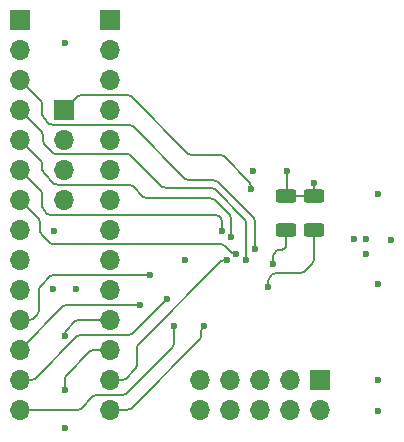
<source format=gbl>
G04 #@! TF.GenerationSoftware,KiCad,Pcbnew,9.0.0*
G04 #@! TF.CreationDate,2025-05-26T23:55:01+02:00*
G04 #@! TF.ProjectId,ckbd,636b6264-2e6b-4696-9361-645f70636258,c*
G04 #@! TF.SameCoordinates,Original*
G04 #@! TF.FileFunction,Copper,L4,Bot*
G04 #@! TF.FilePolarity,Positive*
%FSLAX46Y46*%
G04 Gerber Fmt 4.6, Leading zero omitted, Abs format (unit mm)*
G04 Created by KiCad (PCBNEW 9.0.0) date 2025-05-26 23:55:01*
%MOMM*%
%LPD*%
G01*
G04 APERTURE LIST*
G04 Aperture macros list*
%AMRoundRect*
0 Rectangle with rounded corners*
0 $1 Rounding radius*
0 $2 $3 $4 $5 $6 $7 $8 $9 X,Y pos of 4 corners*
0 Add a 4 corners polygon primitive as box body*
4,1,4,$2,$3,$4,$5,$6,$7,$8,$9,$2,$3,0*
0 Add four circle primitives for the rounded corners*
1,1,$1+$1,$2,$3*
1,1,$1+$1,$4,$5*
1,1,$1+$1,$6,$7*
1,1,$1+$1,$8,$9*
0 Add four rect primitives between the rounded corners*
20,1,$1+$1,$2,$3,$4,$5,0*
20,1,$1+$1,$4,$5,$6,$7,0*
20,1,$1+$1,$6,$7,$8,$9,0*
20,1,$1+$1,$8,$9,$2,$3,0*%
G04 Aperture macros list end*
G04 #@! TA.AperFunction,ComponentPad*
%ADD10R,1.700000X1.700000*%
G04 #@! TD*
G04 #@! TA.AperFunction,ComponentPad*
%ADD11O,1.700000X1.700000*%
G04 #@! TD*
G04 #@! TA.AperFunction,SMDPad,CuDef*
%ADD12RoundRect,0.250000X-0.625000X0.312500X-0.625000X-0.312500X0.625000X-0.312500X0.625000X0.312500X0*%
G04 #@! TD*
G04 #@! TA.AperFunction,ViaPad*
%ADD13C,0.600000*%
G04 #@! TD*
G04 #@! TA.AperFunction,Conductor*
%ADD14C,0.203200*%
G04 #@! TD*
G04 #@! TA.AperFunction,Conductor*
%ADD15C,0.200000*%
G04 #@! TD*
G04 APERTURE END LIST*
D10*
X114833400Y-41351200D03*
D11*
X114833400Y-43891200D03*
X114833400Y-46431200D03*
X114833400Y-48971200D03*
X114833400Y-51511200D03*
X114833400Y-54051200D03*
X114833400Y-56591200D03*
X114833400Y-59131200D03*
X114833400Y-61671200D03*
X114833400Y-64211200D03*
X114833400Y-66751200D03*
X114833400Y-69291200D03*
X114833400Y-71831200D03*
X114833400Y-74371200D03*
D10*
X132613400Y-71831200D03*
D11*
X132613400Y-74371200D03*
X130073400Y-71831200D03*
X130073400Y-74371200D03*
X127533400Y-71831200D03*
X127533400Y-74371200D03*
X124993400Y-71831200D03*
X124993400Y-74371200D03*
X122453400Y-71831200D03*
X122453400Y-74371200D03*
D10*
X110972600Y-48971200D03*
D11*
X110972600Y-51511200D03*
X110972600Y-54051200D03*
X110972600Y-56591200D03*
D10*
X107213400Y-41351200D03*
D11*
X107213400Y-43891200D03*
X107213400Y-46431200D03*
X107213400Y-48971200D03*
X107213400Y-51511200D03*
X107213400Y-54051200D03*
X107213400Y-56591200D03*
X107213400Y-59131200D03*
X107213400Y-61671200D03*
X107213400Y-64211200D03*
X107213400Y-66751200D03*
X107213400Y-69291200D03*
X107213400Y-71831200D03*
X107213400Y-74371200D03*
D12*
X129794000Y-56246300D03*
X129794000Y-59171300D03*
X132130800Y-56246300D03*
X132130800Y-59171300D03*
D13*
X120294400Y-67259200D03*
X124358400Y-59258200D03*
X118272000Y-62941200D03*
X119659400Y-64973200D03*
X117373400Y-65481200D03*
X125120400Y-59766200D03*
X127152400Y-60756800D03*
X136569650Y-61194750D03*
X126974600Y-54156500D03*
X136569650Y-59924750D03*
X111023400Y-75895200D03*
X135553650Y-59924750D03*
X110083600Y-59182000D03*
X126390400Y-61671200D03*
X132130800Y-55118000D03*
X137566400Y-74422000D03*
X121183400Y-61671200D03*
X137566400Y-71831200D03*
X111023400Y-43332400D03*
X110073400Y-64145200D03*
X138640150Y-59963250D03*
X137585650Y-63734750D03*
X137566400Y-56083200D03*
X111973400Y-64150200D03*
X129819400Y-54152800D03*
X125501400Y-61163200D03*
X122834400Y-67259200D03*
X124741257Y-61671200D03*
X111023400Y-68148200D03*
X111023400Y-72720200D03*
X128270000Y-63957200D03*
X126775400Y-55702200D03*
X128676400Y-61976000D03*
D14*
X120294400Y-67259200D02*
X120294400Y-68741864D01*
X113444368Y-73220232D02*
X112412432Y-74252168D01*
X112125064Y-74371200D02*
X107213400Y-74371200D01*
X115935064Y-73101200D02*
X113731736Y-73101200D01*
X120175368Y-69029232D02*
X116222432Y-72982168D01*
X120175368Y-69029232D02*
G75*
G03*
X120294374Y-68741864I-287368J287332D01*
G01*
X112125064Y-74371200D02*
G75*
G03*
X112412450Y-74252186I36J406400D01*
G01*
X113731736Y-73101200D02*
G75*
G03*
X113444350Y-73220214I-36J-406400D01*
G01*
X116222432Y-72982168D02*
G75*
G02*
X115935064Y-73101174I-287332J287368D01*
G01*
X109143800Y-57184864D02*
X109143800Y-56149936D01*
X123809064Y-57861200D02*
X109820136Y-57861200D01*
X109532768Y-57742168D02*
X109262832Y-57472232D01*
X109024768Y-55862568D02*
X107213400Y-54051200D01*
X124239368Y-58123168D02*
X124096432Y-57980232D01*
X124358400Y-59258200D02*
X124358400Y-58410536D01*
X109262832Y-57472232D02*
G75*
G02*
X109143826Y-57184864I287368J287332D01*
G01*
X124096432Y-57980232D02*
G75*
G03*
X123809064Y-57861226I-287332J-287368D01*
G01*
X109532768Y-57742168D02*
G75*
G03*
X109820136Y-57861174I287332J287368D01*
G01*
X124358400Y-58410536D02*
G75*
G03*
X124239386Y-58123150I-406400J36D01*
G01*
X109024768Y-55862568D02*
G75*
G02*
X109143774Y-56149936I-287368J-287332D01*
G01*
X109761368Y-63060232D02*
X108983432Y-63838168D01*
X118272000Y-62941200D02*
X110048736Y-62941200D01*
X108061064Y-66751200D02*
X107213400Y-66751200D01*
X108864400Y-64125536D02*
X108864400Y-65947864D01*
X108745368Y-66235232D02*
X108348432Y-66632168D01*
X108745368Y-66235232D02*
G75*
G03*
X108864374Y-65947864I-287368J287332D01*
G01*
X110048736Y-62941200D02*
G75*
G03*
X109761350Y-63060214I-36J-406400D01*
G01*
X108864400Y-64125536D02*
G75*
G02*
X108983414Y-63838150I406400J36D01*
G01*
X108348432Y-66632168D02*
G75*
G02*
X108061064Y-66751174I-287332J287368D01*
G01*
X108247145Y-71831200D02*
X107213400Y-71831200D01*
X116443064Y-68021200D02*
X112393817Y-68021200D01*
X112106449Y-68140232D02*
X108534513Y-71712168D01*
X119659400Y-64973200D02*
X116730432Y-67902168D01*
X116730432Y-67902168D02*
G75*
G02*
X116443064Y-68021174I-287332J287368D01*
G01*
X112106449Y-68140232D02*
G75*
G02*
X112393817Y-68021212I287351J-287368D01*
G01*
X108534513Y-71712168D02*
G75*
G02*
X108247145Y-71831232I-287413J287368D01*
G01*
X117373400Y-65481200D02*
X111191736Y-65481200D01*
X110904368Y-65600232D02*
X107213400Y-69291200D01*
X110904368Y-65600232D02*
G75*
G02*
X111191736Y-65481226I287332J-287368D01*
G01*
X110429736Y-55321200D02*
X116493864Y-55321200D01*
X107213400Y-51511200D02*
X109024768Y-53322568D01*
X109143800Y-53609936D02*
X109143800Y-54035264D01*
X109262832Y-54322632D02*
X110142368Y-55202168D01*
X125120400Y-58156536D02*
X125120400Y-59766200D01*
X117973536Y-56464200D02*
X123428064Y-56464200D01*
X123715432Y-56583232D02*
X125001368Y-57869168D01*
X116781232Y-55440232D02*
X117686168Y-56345168D01*
X123715432Y-56583232D02*
G75*
G03*
X123428064Y-56464226I-287332J-287368D01*
G01*
X117686168Y-56345168D02*
G75*
G03*
X117973536Y-56464174I287332J287368D01*
G01*
X110429736Y-55321200D02*
G75*
G02*
X110142350Y-55202186I-36J406400D01*
G01*
X116781232Y-55440232D02*
G75*
G03*
X116493864Y-55321226I-287332J-287368D01*
G01*
X109024768Y-53322568D02*
G75*
G02*
X109143774Y-53609936I-287368J-287332D01*
G01*
X125001368Y-57869168D02*
G75*
G02*
X125120374Y-58156536I-287368J-287332D01*
G01*
X109262832Y-54322632D02*
G75*
G02*
X109143826Y-54035264I287368J287332D01*
G01*
D15*
X123682064Y-54940200D02*
X121529536Y-54940200D01*
X116493864Y-50241200D02*
X110023336Y-50241200D01*
X121242168Y-54821168D02*
X116781232Y-50360232D01*
X127152400Y-60756800D02*
X127152400Y-58410536D01*
X109024768Y-48242568D02*
X107213400Y-46431200D01*
X109143800Y-49361664D02*
X109143800Y-48529936D01*
X127033368Y-58123168D02*
X123969432Y-55059232D01*
X109735968Y-50122168D02*
X109262832Y-49649032D01*
X110023336Y-50241200D02*
G75*
G02*
X109735950Y-50122186I-36J406400D01*
G01*
X127152400Y-58410536D02*
G75*
G03*
X127033386Y-58123150I-406400J36D01*
G01*
X109262832Y-49649032D02*
G75*
G02*
X109143826Y-49361664I287368J287332D01*
G01*
X123969432Y-55059232D02*
G75*
G03*
X123682064Y-54940226I-287332J-287368D01*
G01*
X121529536Y-54940200D02*
G75*
G02*
X121242150Y-54821186I-36J406400D01*
G01*
X109143800Y-48529936D02*
G75*
G03*
X109024786Y-48242550I-406400J36D01*
G01*
X116781232Y-50360232D02*
G75*
G03*
X116493864Y-50241226I-287332J-287368D01*
G01*
D14*
X107213400Y-48971200D02*
X109075568Y-50833368D01*
X123715432Y-55694232D02*
X126271368Y-58250168D01*
X109194600Y-51120736D02*
X109194600Y-51596864D01*
X109313632Y-51884232D02*
X110040768Y-52611368D01*
X110328136Y-52730400D02*
X116392264Y-52730400D01*
X116679632Y-52849432D02*
X119286368Y-55456168D01*
X126390400Y-58537536D02*
X126390400Y-61671200D01*
X119573736Y-55575200D02*
X123428064Y-55575200D01*
X116679632Y-52849432D02*
G75*
G03*
X116392264Y-52730426I-287332J-287368D01*
G01*
X126390400Y-58537536D02*
G75*
G03*
X126271386Y-58250150I-406400J36D01*
G01*
X123428064Y-55575200D02*
G75*
G02*
X123715450Y-55694214I36J-406400D01*
G01*
X119573736Y-55575200D02*
G75*
G02*
X119286350Y-55456186I-36J406400D01*
G01*
X110328136Y-52730400D02*
G75*
G02*
X110040750Y-52611386I-36J406400D01*
G01*
X109313632Y-51884232D02*
G75*
G02*
X109194626Y-51596864I287368J287332D01*
G01*
X109194600Y-51120736D02*
G75*
G03*
X109075586Y-50833350I-406400J36D01*
G01*
D15*
X132130800Y-56246300D02*
X129794000Y-56246300D01*
X132130800Y-56246300D02*
X132130800Y-55118000D01*
X129844800Y-54178200D02*
X129819400Y-54152800D01*
X129844800Y-56195500D02*
X129844800Y-54178200D01*
X129794000Y-56246300D02*
X129844800Y-56195500D01*
D14*
X125501400Y-61163200D02*
X125441136Y-61163200D01*
X107213400Y-56819800D02*
X107213400Y-56591200D01*
X125153768Y-61044168D02*
X124579032Y-60469432D01*
X108966000Y-59267664D02*
X108966000Y-58512136D01*
X108846968Y-58224768D02*
X107213400Y-56591200D01*
X124291664Y-60350400D02*
X110048736Y-60350400D01*
X109761368Y-60231368D02*
X109085032Y-59555032D01*
X108966000Y-58512136D02*
G75*
G03*
X108846986Y-58224750I-406400J36D01*
G01*
X124579032Y-60469432D02*
G75*
G03*
X124291664Y-60350426I-287332J-287368D01*
G01*
X110048736Y-60350400D02*
G75*
G02*
X109761350Y-60231386I-36J406400D01*
G01*
X125441136Y-61163200D02*
G75*
G02*
X125153750Y-61044186I-36J406400D01*
G01*
X109085032Y-59555032D02*
G75*
G02*
X108966026Y-59267664I287368J287332D01*
G01*
X116316064Y-74371200D02*
X114833400Y-74371200D01*
X122461368Y-68394232D02*
X116603432Y-74252168D01*
X122834400Y-67259200D02*
X122699432Y-67394168D01*
X122580400Y-67681536D02*
X122580400Y-68106864D01*
X122699432Y-67394168D02*
G75*
G03*
X122580426Y-67681536I287368J-287332D01*
G01*
X122461368Y-68394232D02*
G75*
G03*
X122580374Y-68106864I-287368J287332D01*
G01*
X116316064Y-74371200D02*
G75*
G03*
X116603450Y-74252186I36J406400D01*
G01*
X117000368Y-70934232D02*
X116222432Y-71712168D01*
X124290168Y-61790232D02*
X117238432Y-68841968D01*
X124741257Y-61671200D02*
X124577536Y-61671200D01*
X117119400Y-69129336D02*
X117119400Y-70646864D01*
X115935064Y-71831200D02*
X114833400Y-71831200D01*
X115935064Y-71831200D02*
G75*
G03*
X116222450Y-71712186I36J406400D01*
G01*
X117238432Y-68841968D02*
G75*
G03*
X117119426Y-69129336I287368J-287332D01*
G01*
X117119400Y-70646864D02*
G75*
G02*
X117000386Y-70934250I-406400J-36D01*
G01*
X124577536Y-61671200D02*
G75*
G03*
X124290150Y-61790214I-36J-406400D01*
G01*
X111142432Y-67648168D02*
X111920368Y-66870232D01*
X112207736Y-66751200D02*
X114833400Y-66751200D01*
X111023400Y-68148200D02*
X111023400Y-67935536D01*
X111142432Y-67648168D02*
G75*
G03*
X111023426Y-67935536I287368J-287332D01*
G01*
X112207736Y-66751200D02*
G75*
G03*
X111920350Y-66870214I-36J-406400D01*
G01*
X113477736Y-69291200D02*
X114833400Y-69291200D01*
X111142432Y-71458168D02*
X113190368Y-69410232D01*
X111023400Y-72720200D02*
X111023400Y-71745536D01*
X111023400Y-71745536D02*
G75*
G02*
X111142414Y-71458150I406400J36D01*
G01*
X113190368Y-69410232D02*
G75*
G02*
X113477736Y-69291226I287332J-287368D01*
G01*
D15*
X131284632Y-62669768D02*
X132011768Y-61942632D01*
X132130800Y-61655264D02*
X132130800Y-59171300D01*
X128270000Y-63957200D02*
X128270000Y-63411946D01*
X128389032Y-63124578D02*
X128605778Y-62907832D01*
X128893146Y-62788800D02*
X130997264Y-62788800D01*
X130997264Y-62788800D02*
G75*
G03*
X131284650Y-62669786I36J406400D01*
G01*
X128605778Y-62907832D02*
G75*
G02*
X128893146Y-62788833I287322J-287368D01*
G01*
X132011768Y-61942632D02*
G75*
G03*
X132130774Y-61655264I-287368J287332D01*
G01*
X128270000Y-63411946D02*
G75*
G02*
X128389009Y-63124555I406400J46D01*
G01*
X112461736Y-47701200D02*
X116316064Y-47701200D01*
X126775400Y-55341136D02*
X126775400Y-55702200D01*
X121732736Y-52781200D02*
X124215464Y-52781200D01*
X111023400Y-48971200D02*
X112174368Y-47820232D01*
X124502832Y-52900232D02*
X126656368Y-55053768D01*
X116603432Y-47820232D02*
X121445368Y-52662168D01*
X112174368Y-47820232D02*
G75*
G02*
X112461736Y-47701226I287332J-287368D01*
G01*
X116603432Y-47820232D02*
G75*
G03*
X116316064Y-47701226I-287332J-287368D01*
G01*
X121445368Y-52662168D02*
G75*
G03*
X121732736Y-52781174I287332J287368D01*
G01*
X126656368Y-55053768D02*
G75*
G02*
X126775374Y-55341136I-287368J-287332D01*
G01*
X124502832Y-52900232D02*
G75*
G03*
X124215464Y-52781226I-287332J-287368D01*
G01*
X129709832Y-60688568D02*
X129794000Y-60604400D01*
X128676400Y-61976000D02*
X128676400Y-61331536D01*
X129794000Y-60604400D02*
X129794000Y-59171300D01*
X129200336Y-60807600D02*
X129422464Y-60807600D01*
X128795432Y-61044168D02*
X128912968Y-60926632D01*
X128912968Y-60926632D02*
G75*
G02*
X129200336Y-60807626I287332J-287368D01*
G01*
X128676400Y-61331536D02*
G75*
G02*
X128795414Y-61044150I406400J36D01*
G01*
X129422464Y-60807600D02*
G75*
G03*
X129709850Y-60688586I36J406400D01*
G01*
M02*

</source>
